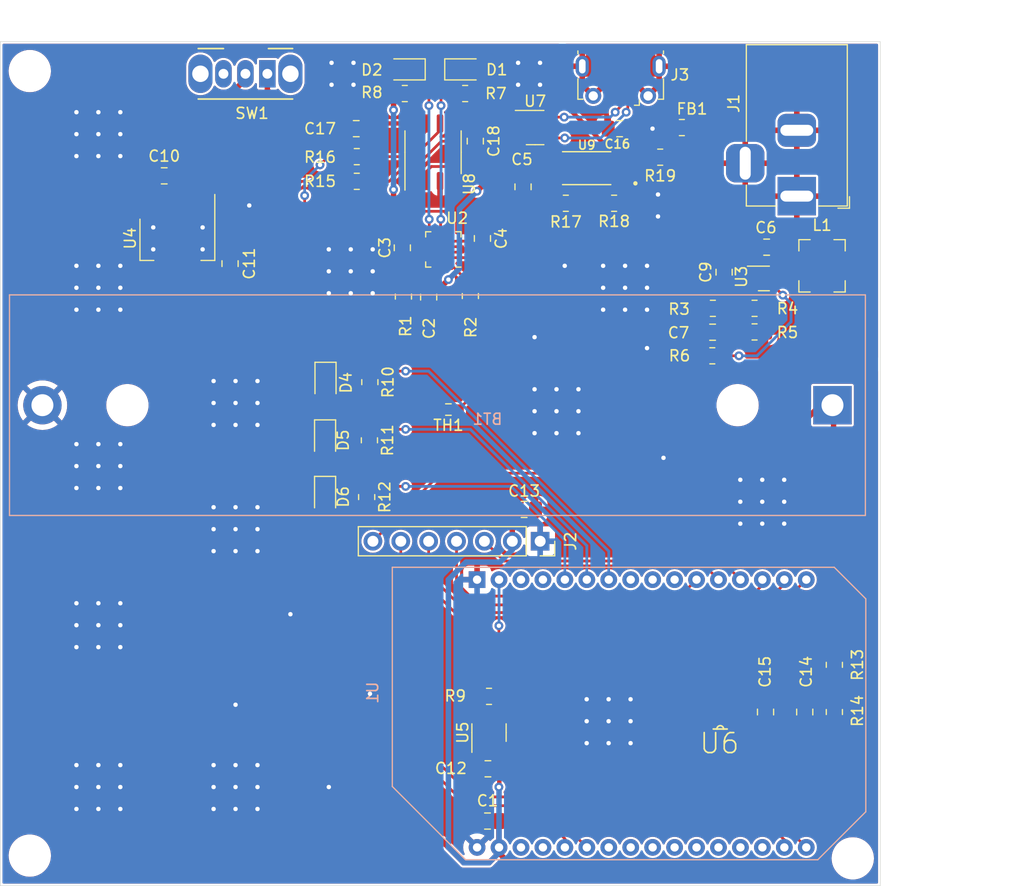
<source format=kicad_pcb>
(kicad_pcb (version 20211014) (generator pcbnew)
  (layers (0 "F.Cu" signal) (31 "B.Cu" signal) (34 "B.Paste" user) (35 "F.Paste" user) (36 "B.SilkS" user "B.Silkscreen") (37 "F.SilkS" user "F.Silkscreen") (38 "B.Mask" user) (39 "F.Mask" user) (44 "Edge.Cuts" user))
  (net 0 "")
  (net 1 "+BATT")
  (net 2 "GND")
  (net 3 "+3V3")
  (net 4 "+5VA")
  (net 5 "+5VL")
  (net 6 "+5VP")
  (net 7 "Net-(C10-Pad1)")
  (net 8 "/manejo_bateria/AIN")
  (net 9 "Net-(D1-Pad2)")
  (net 10 "Net-(D2-Pad1)")
  (net 11 "Net-(D2-Pad2)")
  (net 12 "Net-(D4-Pad2)")
  (net 13 "Net-(D5-Pad2)")
  (net 14 "Net-(D6-Pad2)")
  (net 15 "/SPI_CLK")
  (net 16 "/MOSI")
  (net 17 "/RST_OLED")
  (net 18 "/D{slash}C")
  (net 19 "/CS1")
  (net 20 "Net-(J3-Pad2)")
  (net 21 "Net-(J3-Pad3)")
  (net 23 "Net-(L1-Pad2)")
  (net 24 "Net-(R2-Pad2)")
  (net 25 "Net-(R5-Pad1)")
  (net 26 "Net-(R6-Pad1)")
  (net 27 "/RST_W")
  (net 28 "/IO15")
  (net 29 "/IO16")
  (net 30 "/IO17")
  (net 31 "/RX0")
  (net 32 "Net-(R15-Pad2)")
  (net 33 "/TX0")
  (net 34 "Net-(R16-Pad2)")
  (net 36 "/WDI")
  (net 42 "/SDA")
  (net 43 "/SCL")
  (net 44 "/IO19")
  (net 45 "/I018")
  (net 56 "VCC")
  (net 57 "Net-(C6-Pad1)")
  (net 58 "Net-(C7-Pad2)")
  (net 59 "Net-(D1-Pad1)")
  (net 60 "Net-(R1-Pad2)")
  (net 61 "Net-(R17-Pad1)")
  (net 62 "Net-(R19-Pad2)")
  (net 63 "Net-(TH1-Pad1)")
  (net 66 "GNDPWR")
  (footprint "Package_TO_SOT_SMD:SOT-23-8" (layer "F.Cu") (at 170.6 110.5375 90)
    (fp_text reference "U5")
    (fp_text value "MAX6369")
  )
  (footprint "Package_TO_SOT_SMD:SOT-223-3_TabPin2" (layer "F.Cu") (at 142.2 65.6 -90)
    (fp_text reference "U4")
    (fp_text value "LDL1117S33R")
  )
  (footprint "Resistor_SMD:R_0805_2012Metric_Pad1.20x1.40mm_HandSolder" (layer "F.Cu") (at 168.9 70.75625 90)
    (fp_text reference "R2")
    (fp_text value "1.5k")
  )
  (footprint "Capacitor_SMD:C_0805_2012Metric_Pad1.18x1.45mm_HandSolder" (layer "F.Cu") (at 199.3716 108.6625 -90)
    (fp_text reference "C14")
    (fp_text value "100nF")
  )
  (footprint "Capacitor_SMD:C_0805_2012Metric_Pad1.18x1.45mm_HandSolder" (layer "F.Cu") (at 141 59.8)
    (fp_text reference "C10")
    (fp_text value "1uF")
  )
  (footprint "Resistor_SMD:R_0805_2012Metric_Pad1.20x1.40mm_HandSolder" (layer "F.Cu") (at 202.0716 104.3625 -90)
    (fp_text reference "R13")
    (fp_text value "2M")
  )
  (footprint "Capacitor_SMD:C_0805_2012Metric_Pad1.18x1.45mm_HandSolder" (layer "F.Cu") (at 182.5 55.5)
    (fp_text reference "C16")
    (fp_text value "0.1uF")
  )
  (footprint "Inductor_SMD:L_Bourns-SRN4018" (layer "F.Cu") (at 200.95 68 -90)
    (fp_text reference "L1")
    (fp_text value "1uH")
  )
  (footprint "Connector_BarrelJack:BarrelJack_Horizontal" (layer "F.Cu") (at 198.65 61.65 -90)
    (fp_text reference "J1")
    (fp_text value "Barrel_Jack_Switch")
  )
  (footprint "Button_Switch_THT:SW_CuK_OS102011MA1QN1_SPDT_Angled" (layer "F.Cu") (at 150.4 50.5 180)
    (fp_text reference "SW1")
    (fp_text value "SW_SPDT")
  )
  (footprint "Resistor_SMD:R_0805_2012Metric_Pad1.20x1.40mm_HandSolder" (layer "F.Cu") (at 194.8 71.875)
    (fp_text reference "R4")
    (fp_text value "243k")
  )
  (footprint "Capacitor_SMD:C_0805_2012Metric_Pad1.18x1.45mm_HandSolder" (layer "F.Cu") (at 158.5 55.5)
    (fp_text reference "C17")
    (fp_text value "0.1uF")
  )
  (footprint "Capacitor_SMD:C_0805_2012Metric_Pad1.18x1.45mm_HandSolder" (layer "F.Cu") (at 190.975 74.05)
    (fp_text reference "C7")
    (fp_text value "100pF")
  )
  (footprint "Resistor_SMD:R_0805_2012Metric_Pad1.20x1.40mm_HandSolder" (layer "F.Cu") (at 188.175 55.4 180)
    (fp_text reference "FB1")
    (fp_text value "FerriteBead")
  )
  (footprint "Capacitor_SMD:C_0805_2012Metric_Pad1.18x1.45mm_HandSolder" (layer "F.Cu") (at 173.7 60.8 -90)
    (fp_text reference "C5")
    (fp_text value "4.7uF")
  )
  (footprint "Resistor_SMD:R_0805_2012Metric_Pad1.20x1.40mm_HandSolder" (layer "F.Cu") (at 191 71.875)
    (fp_text reference "R3")
    (fp_text value "768k")
  )
  (footprint "Capacitor_SMD:C_0805_2012Metric_Pad1.18x1.45mm_HandSolder" (layer "F.Cu") (at 162.7 66.35625 -90)
    (fp_text reference "C3")
    (fp_text value "4.7uF")
  )
  (footprint "LED_SMD:LED_0805_2012Metric_Pad1.15x1.40mm_HandSolder" (layer "F.Cu") (at 155.66 83.9 -90)
    (fp_text reference "D5")
    (fp_text value "LED")
  )
  (footprint "TPS2111APWR:SOP65P640X120-8N" (layer "F.Cu") (at 179.5 59.1 180)
    (fp_text reference "U9")
    (fp_text value "TPS2111APWR")
  )
  (footprint "Capacitor_SMD:C_0805_2012Metric_Pad1.18x1.45mm_HandSolder" (layer "F.Cu") (at 147 67.8 90)
    (fp_text reference "C11")
    (fp_text value "4.7uF")
  )
  (footprint "LED_SMD:LED_0805_2012Metric_Pad1.15x1.40mm_HandSolder" (layer "F.Cu") (at 155.7 78.65 -90)
    (fp_text reference "D4")
    (fp_text value "LED")
  )
  (footprint "Resistor_SMD:R_0805_2012Metric_Pad1.20x1.40mm_HandSolder" (layer "F.Cu") (at 186.2 58.1 180)
    (fp_text reference "R19")
    (fp_text value "400")
  )
  (footprint "Resistor_SMD:R_0805_2012Metric_Pad1.20x1.40mm_HandSolder" (layer "F.Cu") (at 159.74 78.6 -90)
    (fp_text reference "R10")
    (fp_text value "470")
  )
  (footprint "Resistor_SMD:R_0805_2012Metric_Pad1.20x1.40mm_HandSolder" (layer "F.Cu") (at 194.8 74.025)
    (fp_text reference "R5")
    (fp_text value "10k")
  )
  (footprint "Resistor_SMD:R_0805_2012Metric_Pad1.20x1.40mm_HandSolder" (layer "F.Cu") (at 162.925 52.3 180)
    (fp_text reference "R8")
    (fp_text value "1.5k")
  )
  (footprint "Resistor_SMD:R_0805_2012Metric_Pad1.20x1.40mm_HandSolder" (layer "F.Cu") (at 202.0716 108.6625 -90)
    (fp_text reference "R14")
    (fp_text value "8M")
  )
  (footprint "Capacitor_SMD:C_0805_2012Metric_Pad1.18x1.45mm_HandSolder" (layer "F.Cu") (at 170 65.50625 90)
    (fp_text reference "C4")
    (fp_text value "4.7uF")
  )
  (footprint "Capacitor_SMD:C_0805_2012Metric_Pad1.18x1.45mm_HandSolder" (layer "F.Cu") (at 169.35 56.6375 -90)
    (fp_text reference "C18")
    (fp_text value "0.1uF")
  )
  (footprint "Resistor_SMD:R_0805_2012Metric_Pad1.20x1.40mm_HandSolder" (layer "F.Cu") (at 190.95 76.2 180)
    (fp_text reference "R6")
    (fp_text value "1M")
  )
  (footprint "Capacitor_SMD:C_0805_2012Metric_Pad1.18x1.45mm_HandSolder" (layer "F.Cu") (at 195.8 108.6625 90)
    (fp_text reference "C15")
    (fp_text value "0.1uF")
  )
  (footprint "Capacitor_SMD:C_0805_2012Metric_Pad1.18x1.45mm_HandSolder" (layer "F.Cu") (at 165.1 70.85625 90)
    (fp_text reference "C2")
    (fp_text value "1uF")
  )
  (footprint "Resistor_SMD:R_0805_2012Metric_Pad1.20x1.40mm_HandSolder" (layer "F.Cu") (at 177.6 62.3 180)
    (fp_text reference "R17")
    (fp_text value "10k")
  )
  (footprint "Capacitor_SMD:C_0805_2012Metric_Pad1.18x1.45mm_HandSolder" (layer "F.Cu") (at 195.9 66.3 180)
    (fp_text reference "C6")
    (fp_text value "10uF")
  )
  (footprint "" (layer "F.Cu") (at 128.75 50.25)
    (fp_text reference "")
    (fp_text value "")
  )
  (footprint "Resistor_SMD:R_0805_2012Metric_Pad1.20x1.40mm_HandSolder" (layer "F.Cu") (at 162.8 70.80625 90)
    (fp_text reference "R1")
    (fp_text value "1.5k")
  )
  (footprint "Connector_PinSocket_2.54mm:PinSocket_1x07_P2.54mm_Vertical" (layer "F.Cu") (at 175.26 93.1 -90)
    (fp_text reference "J2")
    (fp_text value "Conn_01x07_Female")
  )
  (footprint "" (layer "F.Cu") (at 203.75 122)
    (fp_text reference "")
    (fp_text value "")
  )
  (footprint "LED_SMD:LED_0805_2012Metric_Pad1.15x1.40mm_HandSolder" (layer "F.Cu") (at 155.66 89.05 -90)
    (fp_text reference "D6")
    (fp_text value "LED")
  )
  (footprint "Capacitor_SMD:C_0805_2012Metric_Pad1.18x1.45mm_HandSolder" (layer "F.Cu") (at 192.024 68.58 90)
    (fp_text reference "C9")
    (fp_text value "22uF")
  )
  (footprint "Resistor_SMD:R_0603_1608Metric_Pad0.98x0.95mm_HandSolder" (layer "F.Cu") (at 166.9 81.1 180)
    (fp_text reference "TH1")
    (fp_text value "10k")
  )
  (footprint "Package_DFN_QFN:VQFN-16-1EP_3x3mm_P0.5mm_EP1.6x1.6mm" (layer "F.Cu") (at 166.4375 66.50625 180)
    (fp_text reference "U2")
    (fp_text value "BQ24072RGT")
  )
  (footprint "Package_SON:WSON-8-1EP_2x2mm_P0.5mm_EP0.9x1.6mm" (layer "F.Cu") (at 195.65 69.15)
    (fp_text reference "U3")
    (fp_text value "TPS61252DSG")
  )
  (footprint "Resistor_SMD:R_0805_2012Metric_Pad1.20x1.40mm_HandSolder" (layer "F.Cu") (at 158.55 58.05)
    (fp_text reference "R16")
    (fp_text value "1k")
  )
  (footprint "Resistor_SMD:R_0805_2012Metric_Pad1.20x1.40mm_HandSolder" (layer "F.Cu") (at 159.7 83.9 -90)
    (fp_text reference "R11")
    (fp_text value "470")
  )
  (footprint "" (layer "F.Cu") (at 128.75 121.75)
    (fp_text reference "")
    (fp_text value "")
  )
  (footprint "Package_SO:SOP-8_3.9x4.9mm_P1.27mm" (layer "F.Cu") (at 165.5 57.65 90)
    (fp_text reference "U8")
    (fp_text value "CH340N")
  )
  (footprint "MCP3021A5T-E_OT:SOT95P270X145-5N" (layer "F.Cu") (at 191.6716 108.6625 180)
    (fp_text reference "U6")
    (fp_text value "MCP3021")
  )
  (footprint "Connector_USB:USB_Micro-B_Molex-105017-0001" (layer "F.Cu") (at 182.6 51.054 180)
    (fp_text reference "J3")
    (fp_text value "USB_B_Micro")
  )
  (footprint "Resistor_SMD:R_0805_2012Metric_Pad1.20x1.40mm_HandSolder" (layer "F.Cu") (at 159.45 89.075 -90)
    (fp_text reference "R12")
    (fp_text value "470")
  )
  (footprint "LED_SMD:LED_0805_2012Metric_Pad1.15x1.40mm_HandSolder" (layer "F.Cu") (at 162.925 50.1 180)
    (fp_text reference "D2")
    (fp_text value "CHRG_LED")
  )
  (footprint "Resistor_SMD:R_0805_2012Metric_Pad1.20x1.40mm_HandSolder" (layer "F.Cu") (at 168.425 52.3)
    (fp_text reference "R7")
    (fp_text value "1.5k")
  )
  (footprint "Capacitor_SMD:C_0805_2012Metric_Pad1.18x1.45mm_HandSolder" (layer "F.Cu") (at 170.4625 118.6 180)
    (fp_text reference "C1")
    (fp_text value "100n")
  )
  (footprint "Resistor_SMD:R_0805_2012Metric_Pad1.20x1.40mm_HandSolder" (layer "F.Cu") (at 170.6 107.2375)
    (fp_text reference "R9")
    (fp_text value "10k")
  )
  (footprint "LED_SMD:LED_0805_2012Metric_Pad1.15x1.40mm_HandSolder" (layer "F.Cu") (at 168.425 50.1)
    (fp_text reference "D1")
    (fp_text value "PGOOD_LED")
  )
  (footprint "Capacitor_SMD:C_0805_2012Metric_Pad1.18x1.45mm_HandSolder" (layer "F.Cu") (at 173.8 90.2)
    (fp_text reference "C13")
    (fp_text value "100n")
  )
  (footprint "Package_TO_SOT_SMD:SOT-23-6" (layer "F.Cu") (at 174.8 55.4)
    (fp_text reference "U7")
    (fp_text value "USBLC6-2SC6")
  )
  (footprint "Resistor_SMD:R_0805_2012Metric_Pad1.20x1.40mm_HandSolder" (layer "F.Cu") (at 182 62.3 180)
    (fp_text reference "R18")
    (fp_text value "2.2k")
  )
  (footprint "Resistor_SMD:R_0805_2012Metric_Pad1.20x1.40mm_HandSolder" (layer "F.Cu") (at 158.55 60.3)
    (fp_text reference "R15")
    (fp_text value "1k")
  )
  (footprint "Capacitor_SMD:C_0805_2012Metric_Pad1.18x1.45mm_HandSolder" (layer "F.Cu") (at 170.5 113.8375 180)
    (fp_text reference "C12")
    (fp_text value "100n")
  )
  (footprint "Module:Onion_Omega2+" (layer "B.Cu") (at 169.5125 96.6 -90)
    (fp_text reference "U1")
    (fp_text value "OMEGA2+")
  )
  (footprint "Battery:BatteryHolder_MPD_BH-18650-PC2" (layer "B.Cu") (at 201.9 80.7 180)
    (fp_text reference "BT1")
    (fp_text value "3.7V")
  )
  (gr_rect (start 126.059524 124.5) (end 206.254 47.5625) (layer "Edge.Cuts") (width 0.05) (fill none))
  (segment (start 189.2 83.7) (end 197.8 83.7) (width 0.5) (layer "F.Cu") (net 1))
  (segment (start 172.04375 66.54375) (end 189.2 83.7) (width 0.5) (layer "F.Cu") (net 1))
  (segment (start 200.8 80.7) (end 201.9 80.7) (width 0.5) (layer "F.Cu") (net 1))
  (segment (start 170 66.54375) (end 167.9375 66.54375) (width 0.5) (layer "F.Cu") (net 1))
  (segment (start 167.875 66.25625) (end 167.875 66.75625) (width 0.25) (layer "F.Cu") (net 1))
  (segment (start 197.8 83.7) (end 200.8 80.7) (width 0.5) (layer "F.Cu") (net 1))
  (segment (start 170 66.54375) (end 172.04375 66.54375) (width 0.5) (layer "F.Cu") (net 1))
  (segment (start 202 103.2909) (end 202 80.8) (width 0.5) (layer "F.Cu") (net 1))
  (segment (start 202.0716 103.3625) (end 202 103.2909) (width 0.5) (layer "F.Cu") (net 1))
  (segment (start 202 80.8) (end 201.9 80.7) (width 0.5) (layer "F.Cu") (net 1))
  (segment (start 166.6875 65.06875) (end 166.6875 66.25625) (width 0.25) (layer "F.Cu") (net 2))
  (segment (start 167.399953 65.80577) (end 167.13798 65.80577) (width 0.2) (layer "F.Cu") (net 2))
  (segment (start 166.6875 66.75625) (end 166.4375 66.50625) (width 0.25) (layer "F.Cu") (net 2))
  (segment (start 165.73702 65.80577) (end 165.73702 65.508442) (width 0.2) (layer "F.Cu") (net 2))
  (segment (start 165.73702 65.508442) (end 165.6875 65.458922) (width 0.2) (layer "F.Cu") (net 2))
  (segment (start 167.437462 65.768261) (end 167.399953 65.80577) (width 0.2) (layer "F.Cu") (net 2))
  (segment (start 166.6875 67.94375) (end 166.6875 66.75625) (width 0.25) (layer "F.Cu") (net 2))
  (segment (start 167.13798 65.80577) (end 166.4375 66.50625) (width 0.2) (layer "F.Cu") (net 2))
  (segment (start 181.3 52.5165) (end 181.3 55.3375) (width 0.4) (layer "F.Cu") (net 2))
  (segment (start 169.4625 113.475) (end 169.4625 113.8375) (width 0.25) (layer "F.Cu") (net 2))
  (segment (start 166.43125 66.5) (end 165.73702 65.80577) (width 0.2) (layer "F.Cu") (net 2))
  (segment (start 166.4375 66.50625) (end 166.43125 66.5) (width 0.2) (layer "F.Cu") (net 2))
  (segment (start 166.6875 66.25625) (end 166.4375 66.50625) (width 0.25) (layer "F.Cu") (net 2))
  (segment (start 170.275 111.675) (end 170.275 112.6625) (width 0.25) (layer "F.Cu") (net 2))
  (segment (start 167.862989 65.768261) (end 167.437462 65.768261) (width 0.2) (layer "F.Cu") (net 2))
  (segment (start 170.275 112.6625) (end 169.4625 113.475) (width 0.25) (layer "F.Cu") (net 2))
  (via (at 178.75 81.25) (size 0.8) (drill 0.4) (layers "F.Cu" "B.Cu") (net 2))
  (via (at 147.5 92) (size 0.8) (drill 0.4) (layers "F.Cu" "B.Cu") (net 2))
  (via (at 137 70) (size 0.8) (drill 0.4) (layers "F.Cu" "B.Cu") (net 2))
  (via (at 137 115.5) (size 0.8) (drill 0.4) (layers "F.Cu" "B.Cu") (net 2))
  (via (at 135 100.75) (size 0.8) (drill 0.4) (layers "F.Cu" "B.Cu") (net 2))
  (via (at 160 68.5) (size 0.8) (drill 0.4) (layers "F.Cu" "B.Cu") (net 2))
  (via (at 149.5 92) (size 0.8) (drill 0.4) (layers "F.Cu" "B.Cu") (net 2))
  (via (at 133 102.75) (size 0.8) (drill 0.4) (layers "F.Cu" "B.Cu") (net 2))
  (via (at 137 117.5) (size 0.8) (drill 0.4) (layers "F.Cu" "B.Cu") (net 2))
  (via (at 133 100.75) (size 0.8) (drill 0.4) (layers "F.Cu" "B.Cu") (net 2))
  (via (at 135 113.5) (size 0.8) (drill 0.4) (layers "F.Cu" "B.Cu") (net 2))
  (via (at 186.5 85.5) (size 0.8) (drill 0.4) (layers "F.Cu" "B.Cu") (net 2))
  (via (at 135 84.25) (size 0.8) (drill 0.4) (layers "F.Cu" "B.Cu") (net 2))
  (via (at 178.75 79.25) (size 0.8) (drill 0.4) (layers "F.Cu" "B.Cu") (net 2))
  (via (at 133 115.5) (size 0.8) (drill 0.4) (layers "F.Cu" "B.Cu") (net 2))
  (via (at 197.5 91.5) (size 0.8) (drill 0.4) (layers "F.Cu" "B.Cu") (net 2))
  (via (at 149.5 113.5) (size 0.8) (drill 0.4) (layers "F.Cu" "B.Cu") (net 2))
  (via (at 144.5 64.5) (size 0.8) (drill 0.4) (layers "F.Cu" "B.Cu") (net 2))
  (via (at 147.5 94) (size 0.8) (drill 0.4) (layers "F.Cu" "B.Cu") (net 2))
  (via (at 135 56) (size 0.8) (drill 0.4) (layers "F.Cu" "B.Cu") (net 2))
  (via (at 175.25 51.5) (size 0.8) (drill 0.4) (layers "F.Cu" "B.Cu") (net 2))
  (via (at 145.5 113.5) (size 0.8) (drill 0.4) (layers "F.Cu" "B.Cu") (net 2))
  (via (at 174.75 81.25) (size 0.8) (drill 0.4) (layers "F.Cu" "B.Cu") (net 2))
  (via (at 144.5 66.5) (size 0.8) (drill 0.4) (layers "F.Cu" "B.Cu") (net 2))
  (via (at 140 64.5) (size 0.8) (drill 0.4) (layers "F.Cu" "B.Cu") (net 2))
  (via (at 133 88.25) (size 0.8) (drill 0.4) (layers "F.Cu" "B.Cu") (net 2))
  (via (at 178.75 83.25) (size 0.8) (drill 0.4) (layers "F.Cu" "B.Cu") (net 2))
  (via (at 160 70.5) (size 0.8) (drill 0.4) (layers "F.Cu" "B.Cu") (net 2))
  (via (at 183 70) (size 0.8) (drill 0.4) (layers "F.Cu" "B.Cu") (net 2))
  (via (at 174.75 83.25) (size 0.8) (drill 0.4) (layers "F.Cu" "B.Cu") (net 2))
  (via (at 195.5 89.5) (size 0.8) (drill 0.4) (layers "F.Cu" "B.Cu") (net 2))
  (via (at 135 88.25) (size 0.8) (drill 0.4) (layers "F.Cu" "B.Cu") (net 2))
  (via (at 193.5 87.5) (size 0.8) (drill 0.4) (layers "F.Cu" "B.Cu") (net 2))
  (via (at 145.5 94) (size 0.8) (drill 0.4) (layers "F.Cu" "B.Cu") (net 2))
  (via (at 185 70) (size 0.8) (drill 0.4) (layers "F.Cu" "B.Cu") (net 2))
  (via (at 179.5 107.5) (size 0.8) (drill 0.4) (layers "F.Cu" "B.Cu") (net 2))
  (via (at 137 113.5) (size 0.8) (drill 0.4) (layers "F.Cu" "B.Cu") (net 2))
  (via (at 175.25 49.5) (size 0.8) (drill 0.4) (layers "F.Cu" "B.Cu") (net 2))
  (via (at 185 72) (size 0.8) (drill 0.4) (layers "F.Cu" "B.Cu") (net 2))
  (via (at 195.5 91.5) (size 0.8) (drill 0.4) (layers "F.Cu" "B.Cu") (net 2))
  (via (at 137 54) (size 0.8) (drill 0.4) (layers "F.Cu" "B.Cu") (net 2))
  (via (at 133 84.25) (size 0.8) (drill 0.4) (layers "F.Cu" "B.Cu") (net 2))
  (via (at 137 58) (size 0.8) (drill 0.4) (layers "F.Cu" "B.Cu") (net 2))
  (via (at 145.5 92) (size 0.8) (drill 0.4) (layers "F.Cu" "B.Cu") (net 2))
  (via (at 177.5 68) (size 0.8) (drill 0.4) (layers "F.Cu" "B.Cu") (net 2))
  (via (at 183.5 111.5) (size 0.8) (drill 0.4) (layers "F.Cu" "B.Cu") (net 2))
  (via (at 181.5 111.5) (size 0.8) (drill 0.4) (layers "F.Cu" "B.Cu") (net 2))
  (via (at 158 68.5) (size 0.8) (drill 0.4) (layers "F.Cu" "B.Cu") (net 2))
  (via (at 181.5 109.5) (size 0.8) (drill 0.4) (layers "F.Cu" "B.Cu") (net 2))
  (via (at 181 68) (size 0.8) (drill 0.4) (layers "F.Cu" "B.Cu") (net 2))
  (via (at 149.5 78.5) (size 0.8) (drill 0.4) (layers "F.Cu" "B.Cu") (net 2))
  (via (at 158.25 49.5) (size 0.8) (drill 0.4) (layers "F.Cu" "B.Cu") (net 2))
  (via (at 133 117.5) (size 0.8) (drill 0.4) (layers "F.Cu" "B.Cu") (net 2))
  (via (at 135 72) (size 0.8) (drill 0.4) (layers "F.Cu" "B.Cu") (net 2))
  (via (at 133 86.25) (size 0.8) (drill 0.4) (layers "F.Cu" "B.Cu") (net 2))
  (via (at 197.5 89.5) (size 0.8) (drill 0.4) (layers "F.Cu" "B.Cu") (net 2))
  (via (at 147.5 117.5) (size 0.8) (drill 0.4) (layers "F.Cu" "B.Cu") (net 2))
  (via (at 145.5 90) (size 0.8) (drill 0.4) (layers "F.Cu" "B.Cu") (net 2))
  (via (at 147.5 113.5) (size 0.8) (drill 0.4) (layers "F.Cu" "B.Cu") (net 2))
  (via (at 179.5 111.5) (size 0.8) (drill 0.4) (layers "F.Cu" "B.Cu") (net 2))
  (via (at 148.75 62.5) (size 0.8) (drill 0.4) (layers "F.Cu" "B.Cu") (net 2))
  (via (at 149.5 115.5) (size 0.8) (drill 0.4) (layers "F.Cu" "B.Cu") (net 2))
  (via (at 137 84.25) (size 0.8) (drill 0.4) (layers "F.Cu" "B.Cu") (net 2))
  (via (at 185 68) (size 0.8) (drill 0.4) (layers "F.Cu" "B.Cu") (net 2))
  (via (at 160 66.5) (size 0.8) (drill 0.4) (layers "F.Cu" "B.Cu") (net 2))
  (via (at 133 56) (size 0.8) (drill 0.4) (layers "F.Cu" "B.Cu") (net 2))
  (via (at 181.5 107.5) (size 0.8) (drill 0.4) (layers "F.Cu" "B.Cu") (net 2))
  (via (at 137 56) (size 0.8) (drill 0.4) (layers "F.Cu" "B.Cu") (net 2))
  (via (at 135 102.75) (size 0.8) (drill 0.4) (layers "F.Cu" "B.Cu") (net 2))
  (via (at 186 63.5) (size 0.8) (drill 0.4) (layers "F.Cu" "B.Cu") (net 2))
  (via (at 156.25 51.5) (size 0.8) (drill 0.4) (layers "F.Cu" "B.Cu") (net 2))
  (via (at 147.5 80.5) (size 0.8) (drill 0.4) (layers "F.Cu" "B.Cu") (net 2))
  (via (at 137 98.75) (size 0.8) (drill 0.4) (layers "F.Cu" "B.Cu") (net 2))
  (via (at 156 66.5) (size 0.8) (drill 0.4) (layers "F.Cu" "B.Cu") (net 2))
  (via (at 135 68) (size 0.8) (drill 0.4) (layers "F.Cu" "B.Cu") (net 2))
  (via (at 135 117.5) (size 0.8) (drill 0.4) (layers "F.Cu" "B.Cu") (net 2))
  (via (at 140 66.5) (size 0.8) (drill 0.4) (layers "F.Cu" "B.Cu") (net 2))
  (via (at 195.5 87.5) (size 0.8) (drill 0.4) (layers "F.Cu" "B.Cu") (net 2))
  (via (at 133 54) (size 0.8) (drill 0.4) (layers "F.Cu" "B.Cu") (net 2))
  (via (at 156 68.5) (size 0.8) (drill 0.4) (layers "F.Cu" "B.Cu") (net 2))
  (via (at 181 70) (size 0.8) (drill 0.4) (layers "F.Cu" "B.Cu") (net 2))
  (via (at 183.5 109.5) (size 0.8) (drill 0.4) (layers "F.Cu" "B.Cu") (net 2))
  (via (at 183 68) (size 0.8) (drill 0.4) (layers "F.Cu" "B.Cu") (net 2))
  (via (at 152.5 99.75) (size 0.8) (drill 0.4) (layers "F.Cu" "B.Cu") (net 2))
  (via (at 158.25 51.5) (size 0.8) (drill 0.4) (layers "F.Cu" "B.Cu") (net 2))
  (via (at 193.5 89.5) (size 0.8) (drill 0.4) (layers "F.Cu" "B.Cu") (net 2))
  (via (at 193.5 91.5) (size 0.8) (drill 0.4) (layers "F.Cu" "B.Cu") (net 2))
  (via (at 135 115.5) (size 0.8) (drill 0.4) (layers "F.Cu" "B.Cu") (net 2))
  (via (at 156 115.5) (size 0.8) (drill 0.4) (layers "F.Cu" "B.Cu") (net 2))
  (via (at 137 100.75) (size 0.8) (drill 0.4) (layers "F.Cu" "B.Cu") (net 2))
  (via (at 158 66.5) (size 0.8) (drill 0.4) (layers "F.Cu" "B.Cu") (net 2))
  (via (at 133 70) (size 0.8) (drill 0.4) (layers "F.Cu" "B.Cu") (net 2))
  (via (at 197.5 87.5) (size 0.8) (drill 0.4) (layers "F.Cu" "B.Cu") (net 2))
  (via (at 137 88.25) (size 0.8) (drill 0.4) (layers "F.Cu" "B.Cu") (net 2))
  (via (at 145.5 82.5) (size 0.8) (drill 0.4) (layers "F.Cu" "B.Cu") (net 2))
  (via (at 135 70) (size 0.8) (drill 0.4) (layers "F.Cu" "B.Cu") (net 2))
  (via (at 179.5 109.5) (size 0.8) (drill 0.4) (layers "F.Cu" "B.Cu") (net 2))
  (via (at 147.5 108) (size 0.8) (drill 0.4) (layers "F.Cu" "B.Cu") (net 2))
  (via (at 149.5 90) (size 0.8) (drill 0.4) (layers "F.Cu" "B.Cu") (net 2))
  (via (at 135 86.25) (size 0.8) (drill 0.4) (layers "F.Cu" "B.Cu") (net 2))
  (via (at 135 98.75) (size 0.8) (drill 0.4) (layers "F.Cu" "B.Cu") (net 2))
  (via (at 133 58) (size 0.8) (drill 0.4) (layers "F.Cu" "B.Cu") (net 2))
  (via (at 173.25 49.5) (size 0.8) (drill 0.4) (layers "F.Cu" "B.Cu") (net 2))
  (via (at 133 113.5) (size 0.8) (drill 0.4) (layers "F.Cu" "B.Cu") (net 2))
  (via (at 156 70.5) (size 0.8) (drill 0.4) (layers "F.Cu" "B.Cu") (net 2))
  (via (at 147.5 115.5) (size 0.8) (drill 0.4) (layers "F.Cu" "B.Cu") (net 2))
  (via (at 145.5 115.5) (size 0.8) (drill 0.4) (layers "F.Cu" "B.Cu") (net 2))
  (via (at 159.75 107) (size 0.8) (drill 0.4) (layers "F.Cu" "B.Cu") (net 2))
  (via (at 149.5 94) (size 0.8) (drill 0.4) (layers "F.Cu" "B.Cu") (net 2))
  (via (at 137 102.75) (size 0.8) (drill 0.4) (layers "F.Cu" "B.Cu") (net 2))
  (via (at 133 98.75) (size 0.8) (drill 0.4) (layers "F.Cu" "B.Cu") (net 2))
  (via (at 135 54) (size 0.8) (drill 0.4) (layers "F.Cu" "B.Cu") (net 2))
  (via (at 145.5 117.5) (size 0.8) (drill 0.4) (layers "F.Cu" "B.Cu") (net 2))
  (via (at 183.5 107.5) (size 0.8) (drill 0.4) (layers "F.Cu" "B.Cu") (net 2))
  (via (at 158 70.5) (size 0.8) (drill 0.4) (layers "F.Cu" "B.Cu") (net 2))
  (via (at 149.5 82.5) (size 0.8) (drill 0.4) (layers "F.Cu" "B.Cu") (net 2))
  (via (at 176.75 79.25) (size 0.8) (drill 0.4) (layers "F.Cu" "B.Cu") (net 2))
  (via (at 137 72) (size 0.8) (drill 0.4) (layers "F.Cu" "B.Cu") (net 2))
  (via (at 137 86.25) (size 0.8) (drill 0.4) (layers "F.Cu" "B.Cu") (net 2))
  (via (at 145.5 78.5) (size 0.8) (drill 0.4) (layers "F.Cu" "B.Cu") (net 2))
  (via (at 176.75 81.25) (size 0.8) (drill 0.4) (layers "F.Cu" "B.Cu") (net 2))
  (via (at 174.75 74.5) (size 0.8) (drill 0.4) (layers "F.Cu" "B.Cu") (net 2))
  (via (at 186 61.5) (size 0.8) (drill 0.4) (layers "F.Cu" "B.Cu") (net 2))
  (via (at 147.5 90) (size 0.8) (drill 0.4) (layers "F.Cu" "B.Cu") (net 2))
  (via (at 149.5 80.5) (size 0.8) (drill 0.4) (layers "F.Cu" "B.Cu") (net 2))
  (via (at 174.75 79.25) (size 0.8) (drill 0.4) (layers "F.Cu" "B.Cu") (net 2))
  (via (at 181 72) (size 0.8) (drill 0.4) (layers "F.Cu" "B.Cu") (net 2))
  (via (at 133 68) (size 0.8) (drill 0.4) (layers "F.Cu" "B.Cu") (net 2))
  (via (at 173.25 51.5) (size 0.8) (drill 0.4) (layers "F.Cu" "B.Cu") (net 2))
  (via (at 185 75.5) (size 0.8) (drill 0.4) (layers "F.Cu" "B.Cu") (net 2))
  (via (at 137 68) (size 0.8) (drill 0.4) (layers "F.Cu" "B.Cu") (net 2))
  (via (at 145.5 80.5) (size 0.8) (drill 0.4) (layers "F.Cu" "B.Cu") (net 2))
  (via (at 149.5 117.5) (size 0.8) (drill 0.4) (layers "F.Cu" "B.Cu") (net 2))
  (via (at 176.75 83.25) (size 0.8) (drill 0.4) (layers "F.Cu" "B.Cu") (net 2))
  (via (at 147.5 78.5) (size 0.8) (drill 0.4) (layers "F.Cu" "B.Cu") (net 2))
  (via (at 147.5 82.5) (size 0.8) (drill 0.4) (layers "F.Cu" "B.Cu") (net 2))
  (via (at 185.5 55.5) (size 0.8) (drill 0.4) (layers "F.Cu" "B.Cu") (net 2))
  (via (at 183 72) (size 0.8) (drill 0.4) (layers "F.Cu" "B.Cu") (net 2))
  (via (at 133 72) (size 0.8) (drill 0.4) (layers "F.Cu" "B.Cu") (net 2))
  (via (at 135 58) (size 0.8) (drill 0.4) (layers "F.Cu" "B.Cu") (net 2))
  (via (at 156.25 49.5) (size 0.8) (drill 0.4) (layers "F.Cu" "B.Cu") (net 2))
  (segment (start 170.925 109.4) (end 170.925 110.480021) (width 0.4) (layer "F.Cu") (net 3))
  (segment (start 146.9125 68.75) (end 147 68.8375) (width 0.5) (layer "F.Cu") (net 3))
  (segment (start 171.5375 111.7125) (end 171.575 111.675) (width 0.4) (layer "F.Cu") (net 3))
  (segment (start 171.5125 121) (end 171.5125 121.5125) (width 0.5) (layer "F.Cu") (net 3))
  (segment (start 163.595 55.025) (end 161.225 55.025) (width 0.4) (layer "F.Cu") (net 3))
  (segment (start 142.2 68.75) (end 146.9125 68.75) (width 0.5) (layer "F.Cu") (net 3))
  (segment (start 169.625 110.206773) (end 169.955727 110.5375) (width 0.4) (layer "F.Cu") (net 3))
  (segment (start 171.142521 110.480021) (end 171.575 110.9125) (width 0.4) (layer "F.Cu") (net 3))
  (segment (start 168.3 122.4) (end 142.15 96.25) (width 0.5) (layer "F.Cu") (net 3))
  (segment (start 142.2 62.2) (end 148.9 55.5) (width 0.5) (layer "F.Cu") (net 3))
  (segment (start 193.0432 109.6023) (end 195.7023 109.6023) (width 0.5) (layer "F.Cu") (net 3))
  (segment (start 169.625 109.4) (end 169.625 110.206773) (width 0.4) (layer "F.Cu") (net 3))
  (segment (start 169.955727 110.5375) (end 170.867521 110.5375) (width 0.4) (layer "F.Cu") (net 3))
  (segment (start 160.5 54.3) (end 158.7 54.3) (width 0.4) (layer "F.Cu") (net 3))
  (segment (start 171.5125 121) (end 171.5125 121.4875) (width 0.5) (layer "F.Cu") (net 3))
  (segment (start 171.5125 121.4875) (end 170.6 122.4) (width 0.5) (layer "F.Cu") (net 3))
  (segment (start 142.15 62.5) (end 142.2 62.45) (width 0.5) (layer "F.Cu") (net 3))
  (segment (start 148.9 55.5) (end 157.4625 55.5) (width 0.5) (layer "F.Cu") (net 3))
  (segment (start 195.7023 109.6023) (end 195.8 109.7) (width 0.5) (layer "F.Cu") (net 3))
  (segment (start 172.72 93.1) (end 172.72 90.2425) (width 0.5) (layer "F.Cu") (net 3))
  (segment (start 171.5 118.6) (end 171.5 120.9875) (width 0.5) (layer "F.Cu") (net 3))
  (segment (start 170.925 110.480021) (end 171.142521 110.480021) (width 0.4) (layer "F.Cu") (net 3))
  (segment (start 161.225 55.025) (end 160.5 54.3) (width 0.4) (layer "F.Cu") (net 3))
  (segment (start 171.5375 113.8375) (end 171.5375 115.4625) (width 0.4) (layer "F.Cu") (net 3))
  (segment (start 171.575 110.9125) (end 171.575 111.675) (width 0.4) (layer "F.Cu") (net 3))
  (segment (start 201 114.9) (end 195.8 109.7) (width 0.5) (layer "F.Cu") (net 3))
  (segment (start 200.25 122.5) (end 201 121.75) (width 0.5) (layer "F.Cu") (net 3))
  (segment (start 170.867521 110.5375) (end 170.925 110.480021) (width 0.4) (layer "F.Cu") (net 3))
  (segment (start 142.2 62.45) (end 142.2 62.2) (width 0.5) (layer "F.Cu") (net 3))
  (segment (start 158.7 54.3) (end 157.5625 55.4375) (width 0.4) (layer "F.Cu") (net 3))
  (segment (start 172.5 122.5) (end 200.25 122.5) (width 0.5) (layer "F.Cu") (net 3))
  (segment (start 171.5 120.9875) (end 171.5125 121) (width 0.5) (layer "F.Cu") (net 3))
  (segment (start 172.72 90.2425) (end 172.7625 90.2) (width 0.5) (layer "F.Cu") (net 3))
  (segment (start 169.6 107.2375) (end 169.6 109.375) (width 0.4) (layer "F.Cu") (net 3))
  (segment (start 171.5125 121.5125) (end 172.5 122.5) (width 0.5) (layer "F.Cu") (net 3))
  (segment (start 170.6 122.4) (end 168.3 122.4) (width 0.5) (layer "F.Cu") (net 3))
  (segment (start 201 121.75) (end 201 114.9) (width 0.5) (layer "F.Cu") (net 3))
  (segment (start 142.15 96.25) (end 142.15 62.5) (width 0.5) (layer "F.Cu") (net 3))
  (segment (start 171.5375 113.8375) (end 171.5375 111.7125) (width 0.4) (layer "F.Cu") (net 3))
  (via (at 171.5 115.5) (size 0.8) (drill 0.4) (layers "F.Cu" "B.Cu") (net 3))
  (segment (start 172.72 93.88) (end 171.6 95) (width 0.5) (layer "B.Cu") (net 3))
  (segment (start 172.72 93.1) (end 172.72 93.88) (width 0.5) (layer "B.Cu") (net 3))
  (segment (start 171.6 95) (end 168.5 95) (width 0.5) (layer "B.Cu") (net 3))
  (segment (start 166.9 96.6) (end 166.9 121) (width 0.5) (layer "B.Cu") (net 3))
  (segment (start 171.5125 121.4875) (end 171.5125 121) (width 0.5) (layer "B.Cu") (net 3))
  (segment (start 170.6 122.4) (end 171.5125 121.4875) (width 0.5) (layer "B.Cu") (net 3))
  (segment (start 171.5125 115.5125) (end 171.5125 121) (width 0.5) (layer "B.Cu") (net 3))
  (segment (start 166.9 121) (end 168.3 122.4) (width 0.5) (layer "B.Cu") (net 3))
  (segment (start 168.5 95) (end 166.9 96.6) (width 0.5) (layer "B.Cu") (net 3))
  (segment (start 168.3 122.4) (end 170.6 122.4) (width 0.5) (layer "B.Cu") (net 3))
  (segment (start 171.5 53.5) (end 177.7 53.5) (width 0.4) (layer "F.Cu") (net 4))
  (segment (start 177.7 53.5) (end 179.6 55.4) (width 0.4) (layer "F.Cu") (net 4))
  (segment (start 169.35 55.6) (end 168.8 55.05) (width 0.4) (layer "F.Cu") (net 4))
  (segment (start 168.8 55.05) (end 167.43 55.05) (width 0.4) (layer "F.Cu") (net 4))
  (segment (start 183.45 55.5) (end 180.2 58.75) (width 0.4) (layer "F.Cu") (net 4))
  (segment (start 183.9 55.1375) (end 183.5375 55.5) (width 0.25) (layer "F.Cu") (net 4))
  (segment (start 167.43 55.05) (end 167.405 55.025) (width 0.4) (layer "F.Cu") (net 4))
  (segment (start 175.9375 55.4) (end 179.6 55.4) (width 0.4) (layer "F.Cu") (net 4))
  (segment (start 179.6 55.4) (end 181.55 57.35) (width 0.4) (layer "F.Cu") (net 4))
  (segment (start 169.975 55.025) (end 171.5 53.5) (width 0.4) (layer "F.Cu") (net 4))
  (segment (start 183.9 52.5165) (end 183.9 55.1375) (width 0.4) (layer "F.Cu") (net 4))
  (segment (start 167.405 55.025) (end 169.975 55.025) (width 0.4) (layer "F.Cu") (net 4))
  (segment (start 180.177003 58.775) (end 176.63 58.775) (width 0.4) (layer "F.Cu") (net 4))
  (segment (start 183.5375 55.5) (end 183.45 55.5) (width 0.4) (layer "F.Cu") (net 4))
  (segment (start 171.2375 59.4625) (end 173.7 59.4625) (width 0.5) (layer "F.Cu") (net 5))
  (segment (start 173.7375 59.425) (end 173.6375 59.525) (width 0.5) (layer "F.Cu") (net 5))
  (segment (start 176.63 59.425) (end 173.7375 59.425) (width 0.4) (layer "F.Cu") (net 5))
  (segment (start 165.1 69.81875) (end 165.1 68.35625) (width 0.4) (layer "F.Cu") (net 5))
  (segment (start 166.9 69.25625) (end 166.3375 69.81875) (width 0.5) (layer "F.Cu") (net 5))
  (segment (start 165.1 68.35625) (end 165.5 67.95625) (width 0.4) (layer "F.Cu") (net 5))
  (segment (start 173.7375 59.425) (end 173.7 59.4625) (width 0.5) (layer "F.Cu") (net 5))
  (segment (start 166.3375 69.81875) (end 165.1 69.81875) (width 0.5) (layer "F.Cu") (net 5))
  (segment (start 169.5 61.2) (end 171.2375 59.4625) (width 0.5) (layer "F.Cu") (net 5))
  (via (at 169.5 61.2) (size 0.8) (drill 0.4) (layers "F.Cu" "B.Cu") (net 5))
  (via (at 166.9 69.25625) (size 0.8) (drill 0.4) (layers "F.Cu" "B.Cu") (net 5))
  (segment (start 167.9 68.25625) (end 166.9 69.25625) (width 0.5) (layer "B.Cu") (net 5))
  (segment (start 169.5 61.2) (end 167.9 62.8) (width 0.5) (layer "B.Cu") (net 5))
  (segment (start 167.9 62.8) (end 167.9 64.15625) (width 0.5) (layer "B.Cu") (net 5))
  (segment (start 167.9 64.15625) (end 167.9 68.25625) (width 0.5) (layer "B.Cu") (net 5))
  (segment (start 176.6 63.5) (end 176.6 62.3) (width 0.5) (layer "F.Cu") (net 6))
  (segment (start 176.6 62.3) (end 176.6 60.4) (width 0.5) (layer "F.Cu") (net 6))
  (segment (start 184.1 64) (end 177.1 64) (width 0.5) (layer "F.Cu") (net 6))
  (segment (start 177.1 64) (end 176.6 63.5) (width 0.5) (layer "F.Cu") (net 6))
  (segment (start 192.024 69.6175) (end 189.7175 69.6175) (width 0.5) (layer "F.Cu") (net 6))
  (segment (start 176.6 60.105) (end 176.63 60.075) (width 0.25) (layer "F.Cu") (net 6))
  (segment (start 189.7175 69.6175) (end 184.1 64) (width 0.5) (layer "F.Cu") (net 6))
  (segment (start 148.4 50.5) (end 148.4 51) (width 0.5) (layer "F.Cu") (net 7))
  (segment (start 139.9625 59.4375) (end 139.9625 59.8) (width 0.5) (layer "F.Cu") (net 7))
  (segment (start 139.9 59.8625) (end 139.9625 59.8) (width 0.5) (layer "F.Cu") (net 7))
  (segment (start 139.9 62.45) (end 139.9 59.8625) (width 0.5) (layer "F.Cu") (net 7))
  (segment (start 148.4 51) (end 139.9625 59.4375) (width 0.5) (layer "F.Cu") (net 7))
  (segment (start 199.3716 107.625) (end 198.45958 106.71298) (width 0.25) (layer "F.Cu") (net 8))
  (segment (start 202.0716 105.3625) (end 202.0716 107.6625) (width 0.25) (layer "F.Cu") (net 8))
  (segment (start 199.3716 107.625) (end 202.0341 107.625) (width 0.25) (layer "F.Cu") (net 8))
  (segment (start 202.0341 107.625) (end 202.0716 107.6625) (width 0.25) (layer "F.Cu") (net 8))
  (segment (start 194.05292 106.71298) (end 193.0432 107.7227) (width 0.25) (layer "F.Cu") (net 8))
  (segment (start 198.45958 106.71298) (end 194.05292 106.71298) (width 0.25) (layer "F.Cu") (net 8))
  (segment (start 169.47 50.255) (end 167.425 52.3) (width 0.25) (layer "F.Cu") (net 9))
  (segment (start 165.125 53.4) (end 165.125 51.275) (width 0.25) (layer "F.Cu") (net 10))
  (segment (start 165.125 51.275) (end 163.95 50.1) (width 0.25) (layer "F.Cu") (net 10))
  (segment (start 165.15 63.75625) (end 165.15 65.60625) (width 0.25) (layer "F.Cu") (net 10))
  (segment (start 165.15 65.60625) (end 165 65.75625) (width 0.25) (layer "F.Cu") (net 10))
  (via (at 165.125 53.4) (size 0.8) (drill 0.4) (layers "F.Cu" "B.Cu") (net 10))
  (via (at 165.15 63.75625) (size 0.8) (drill 0.4) (layers "F.Cu" "B.Cu") (net 10))
  (segment (start 165.125 63.73125) (end 165.125 53.4) (width 0.25) (layer "B.Cu") (net 10))
  (segment (start 165.15 63.75625) (end 165.125 63.73125) (width 0.25) (layer "B.Cu") (net 10))
  (segment (start 161.9 50.1) (end 161.9 50.275) (width 0.25) (layer "F.Cu") (net 11))
  (segment (start 161.9 50.275) (end 163.925 52.3) (width 0.25) (layer "F.Cu") (net 11))
  (segment (start 155.7 79.675) (end 155.775 79.6) (width 0.25) (layer "F.Cu") (net 12))
  (segment (start 155.775 79.6) (end 159.74 79.6) (width 0.25) (layer "F.Cu") (net 12))
  (segment (start 159.675 84.925) (end 159.7 84.9) (width 0.25) (layer "F.Cu") (net 13))
  (segment (start 155.66 84.925) (end 159.675 84.925) (width 0.25) (layer "F.Cu") (net 13))
  (segment (start 159.45 90.075) (end 155.66 90.075) (width 0.25) (layer "F.Cu") (net 14))
  (segment (start 170.18 93.1) (end 171.98 94.9) (width 0.25) (layer "F.Cu") (net 15))
  (segment (start 171.98 94.9) (end 189.8125 94.9) (width 0.25) (layer "F.Cu") (net 15))
  (segment (start 189.8125 94.9) (end 191.5125 96.6) (width 0.25) (layer "F.Cu") (net 15))
  (segment (start 167.64 96.870261) (end 168.869739 98.1) (width 0.25) (layer "F.Cu") (net 16))
  (segment (start 188.0125 98.1) (end 189.5125 96.6) (width 0.25) (layer "F.Cu") (net 16))
  (segment (start 168.869739 98.1) (end 188.0125 98.1) (width 0.25) (layer "F.Cu") (net 16))
  (segment (start 167.64 93.1) (end 167.64 96.870261) (width 0.25) (layer "F.Cu") (net 16))
  (segment (start 195.5125 97.0875) (end 195.5125 96.6) (width 0.25) (layer "F.Cu") (net 17))
  (segment (start 165.1 96.1) (end 167.9 98.9) (width 0.25) (layer "F.Cu") (net 17))
  (segment (start 167.9 98.9) (end 193.7 98.9) (width 0.25) (layer "F.Cu") (net 17))
  (segment (start 165.1 93.1) (end 165.1 96.1) (width 0.25) (layer "F.Cu") (net 17))
  (segment (start 193.7 98.9) (end 195.5125 97.0875) (width 0.25) (layer "F.Cu") (net 17))
  (segment (start 197.5125 96.9875) (end 197.5125 96.6) (width 0.25) (layer "F.Cu") (net 18))
  (segment (start 167.5 99.6) (end 194.9 99.6) (width 0.25) (layer "F.Cu") (net 18))
  (segment (start 162.56 94.66) (end 167.5 99.6) (width 0.25) (layer "F.Cu") (net 18))
  (segment (start 162.56 93.1) (end 162.56 94.66) (width 0.25) (layer "F.Cu") (net 18))
  (segment (start 194.9 99.6) (end 197.5125 96.9875) (width 0.25) (layer "F.Cu") (net 18))
  (segment (start 166.22 86.9) (end 183.8125 86.9) (width 0.25) (layer "F.Cu") (net 19))
  (segment (start 160.02 93.1) (end 166.22 86.9) (width 0.25) (layer "F.Cu") (net 19))
  (segment (start 183.8125 86.9) (end 193.5125 96.6) (width 0.25) (layer "F.Cu") (net 19))
  (segment (start 164.865 59.435) (end 164.865 60.275) (width 0.25) (layer "F.Cu") (net 20))
  (segment (start 175.9375 56.35) (end 173.6625 56.35) (width 0.25) (layer "F.Cu") (net 20))
  (segment (start 172.8 56.35) (end 170.2 58.95) (width 0.25) (layer "F.Cu") (net 20))
  (segment (start 165.35 58.95) (end 164.865 59.435) (width 0.25) (layer "F.Cu") (net 20))
  (segment (start 183.25 53.85) (end 183.25 52.5165) (width 0.25) (layer "F.Cu") (net 20))
  (segment (start 173.6625 56.35) (end 172.8 56.35) (width 0.25) (layer "F.Cu") (net 20))
  (segment (start 177.5 56.35) (end 175.9375 56.35) (width 0.25) (layer "F.Cu") (net 20))
  (segment (start 183.1 54) (end 183.25 53.85) (width 0.25) (layer "F.Cu") (net 20))
  (segment (start 170.2 58.95) (end 165.35 58.95) (width 0.25) (layer "F.Cu") (net 20))
  (via (at 183.1 54) (size 0.8) (drill 0.4) (layers "F.Cu" "B.Cu") (net 20))
  (via (at 177.5 56.35) (size 0.8) (drill 0.4) (layers "F.Cu" "B.Cu") (net 20))
  (segment (start 177.5 56.35) (end 180.774614 56.35) (width 0.25) (layer "B.Cu") (net 20))
  (segment (start 180.774614 56.35) (end 183.1 54.024614) (width 0.25) (layer "B.Cu") (net 20))
  (segment (start 183.1 54.024614) (end 183.1 54) (width 0.25) (layer "B.Cu") (net 20))
  (segment (start 182.1 53.975386) (end 182.1 54) (width 0.25) (layer "F.Cu") (net 21))
  (segment (start 172.35 54.45) (end 173.6625 54.45) (width 0.25) (layer "F.Cu") (net 21))
  (segment (start 177.45 54.45) (end 175.9375 54.45) (width 0.25) (layer "F.Cu") (net 21))
  (segment (start 166.25 56.65) (end 170.15 56.65) (width 0.25) (layer "F.Cu") (net 21))
  (segment (start 182.6 53.475386) (end 182.1 53.975386) (width 0.25) (layer "F.Cu") (net 21))
  (segment (start 175.9375 54.45) (end 173.6625 54.45) (width 0.25) (layer "F.Cu") (net 21))
  (segment (start 170.15 56.65) (end 172.35 54.45) (width 0.25) (layer "F.Cu") (net 21))
  (segment (start 163.595 59.305) (end 166.25 56.65) (width 0.25) (layer "F.Cu") (net 21))
  (segment (start 163.595 60.275) (end 163.595 59.305) (width 0.25) (layer "F.Cu") (net 21))
  (segment (start 182.6 52.5165) (end 182.6 53.475386) (width 0.25) (layer "F.Cu") (net 21))
  (via (at 177.45 54.45) (size 0.8) (drill 0.4) (layers "F.Cu" "B.Cu") (net 21))
  (via (at 182.1 54) (size 0.8) (drill 0.4) (layers "F.Cu" "B.Cu") (net 21))
  (segment (start 181.65 54.45) (end 182.1 54) (width 0.25) (layer "B.Cu") (net 21))
  (segment (start 177.45 54.45) (end 181.65 54.45) (width 0.25) (layer "B.Cu") (net 21))
  (segment (start 196.6 68.9) (end 200.325 68.9) (width 0.25) (layer "F.Cu") (net 23))
  (segment (start 200.95 69.475) (end 200.375 68.9) (width 0.25) (layer "F.Cu") (net 23))
  (segment (start 200.325 68.9) (end 200.95 69.525) (width 0.25) (layer "F.Cu") (net 23))
  (segment (start 167.1875 67.94375) (end 168.9 69.65625) (width 0.25) (layer "F.Cu") (net 24))
  (segment (start 168.9 69.65625) (end 168.9 69.75625) (width 0.25) (layer "F.Cu") (net 24))
  (segment (start 194.8 73.025) (end 193.8 74.025) (width 0.25) (layer "F.Cu") (net 25))
  (segment (start 194.7 69.9) (end 194.8 70) (width 0.25) (layer "F.Cu") (net 25))
  (segment (start 194.8 70) (end 194.8 73.025) (width 0.25) (layer "F.Cu") (net 25))
  (segment (start 197.375 70.675) (end 196.6 69.9) (width 0.25) (layer "F.Cu") (net 26))
  (segment (start 193.375 76.2) (end 191.95 76.2) (width 0.25) (layer "F.Cu") (net 26))
  (via (at 197.375 70.675) (size 0.8) (drill 0.4) (layers "F.Cu" "B.Cu") (net 26))
  (via (at 193.375 76.2) (size 0.8) (drill 0.4) (layers "F.Cu" "B.Cu") (net 26))
  (segment (start 197.375 70.675) (end 198.125 71.425) (width 0.25) (layer "B.Cu") (net 26))
  (segment (start 198.125 73.1) (end 195.025 76.2) (width 0.25) (layer "B.Cu") (net 26))
  (segment (start 198.125 71.425) (end 198.125 73.1) (width 0.25) (layer "B.Cu") (net 26))
  (segment (start 195.025 76.2) (end 193.375 76.2) (width 0.25) (layer "B.Cu") (net 26))
  (segment (start 171.6 104.8) (end 175.8 100.6) (width 0.25) (layer "F.Cu") (net 27))
  (segment (start 175.8 100.6) (end 195.5125 100.6) (width 0.25) (layer "F.Cu") (net 27))
  (segment (start 195.5125 100.6) (end 199.5125 96.6) (width 0.25) (layer "F.Cu") (net 27))
  (segment (start 171.575 109.4) (end 171.575 107.2625) (width 0.25) (layer "F.Cu") (net 27))
  (segment (start 170.275 109.4) (end 170.275 108.5625) (width 0.25) (layer "F.Cu") (net 27))
  (segment (start 170.275 108.5625) (end 171.6 107.2375) (width 0.25) (layer "F.Cu") (net 27))
  (segment (start 171.6 107.2375) (end 171.6 104.8) (width 0.25) (layer "F.Cu") (net 27))
  (segment (start 159.74 77.6) (end 163 77.6) (width 0.25) (layer "F.Cu") (net 28))
  (via (at 163 77.6) (size 0.8) (drill 0.4) (layers "F.Cu" "B.Cu") (net 28))
  (segment (start 163 77.6) (end 165.1 77.6) (width 0.25) (layer "B.Cu") (net 28))
  (segment (start 165.1 77.6) (end 181.5125 94.0125) (width 0.25) (layer "B.Cu") (net 28))
  (segment (start 181.5125 94.0125) (end 181.5125 96.6) (width 0.25) (layer "B.Cu") (net 28))
  (segment (start 159.7 82.9) (end 163 82.9) (width 0.25) (layer "F.Cu") (net 29))
  (via (at 163 82.9) (size 0.8) (drill 0.4) (layers "F.Cu" "B.Cu") (net 29))
  (segment (start 179.5125 93.5125) (end 179.5125 96.6) (width 0.25) (layer "B.Cu") (net 29))
  (segment (start 168.9 82.9) (end 179.5125 93.5125) (width 0.25) (layer "B.Cu") (net 29))
  (segment (start 163 82.9) (end 168.9 82.9) (width 0.25) (layer "B.Cu") (net 29))
  (segment (start 159.475 88.1) (end 159.45 88.075) (width 0.25) (layer "F.Cu") (net 30))
  (segment (start 163 88.1) (end 159.475 88.1) (width 0.25) (layer "F.Cu") (net 30))
  (via (at 163 88.1) (size 0.8) (drill 0.4) (layers "F.Cu" "B.Cu") (net 30))
  (segment (start 172.609022 88.1) (end 177.5125 93.003478) (width 0.25) (layer "B.Cu") (net 30))
  (segment (start 177.5125 93.003478) (end 177.5125 96.6) (width 0.25) (layer "B.Cu") (net 30))
  (segment (start 163 88.1) (end 172.609022 88.1) (width 0.25) (layer "B.Cu") (net 30))
  (segment (start 152.8 61) (end 152.8 92.4) (width 0.25) (layer "F.Cu") (net 31))
  (segment (start 152.8 92.4) (end 163.6 103.2) (width 0.25) (layer "F.Cu") (net 31))
  (segment (start 157.55 60.3) (end 153.5 60.3) (width 0.25) (layer "F.Cu") (net 31))
  (segment (start 168.6 117.2) (end 174.5 117.2) (width 0.25) (layer "F.Cu") (net 31))
  (segment (start 163.6 103.2) (end 163.6 112.2) (width 0.25) (layer "F.Cu") (net 31))
  (segment (start 177.5125 120.2125) (end 177.5125 121) (width 0.25) (layer "F.Cu") (net 31))
  (segment (start 163.6 112.2) (end 168.6 117.2) (width 0.25) (layer "F.Cu") (net 31))
  (segment (start 153.5 60.3) (end 152.8 61) (width 0.25) (layer "F.Cu") (net 31))
  (segment (start 174.5 117.2) (end 177.5125 120.2125) (width 0.25) (layer "F.Cu") (net 31))
  (segment (start 161.5 60.3) (end 159.55 60.3) (width 0.25) (layer "F.Cu") (net 32))
  (segment (start 166.135 55.025) (end 166.135 55.665) (width 0.25) (layer "F.Cu") (net 32))
  (segment (start 166.135 55.665) (end 161.5 60.3) (width 0.25) (layer "F.Cu") (net 32))
  (segment (start 155.2 58.8) (end 155.95 58.05) (width 0.25) (layer "F.Cu") (net 33))
  (segment (start 153.8 92.1) (end 164.5 102.8) (width 0.25) (layer "F.Cu") (net 33))
  (segment (start 153.8 61.6) (end 153.8 92.1) (width 0.25) (layer "F.Cu") (net 33))
  (segment (start 164.5 102.8) (end 164.5 111.8) (width 0.25) (layer "F.Cu") (net 33))
  (segment (start 164.5 111.8) (end 169.1 116.4) (width 0.25) (layer "F.Cu") (net 33))
  (segment (start 169.1 116.4) (end 174.9125 116.4) (width 0.25) (layer "F.Cu") (net 33))
  (segment (start 174.9125 116.4) (end 179.5125 121) (width 0.25) (layer "F.Cu") (net 33))
  (segment (start 155.95 58.05) (end 157.55 58.05) (width 0.25) (layer "F.Cu") (net 33))
  (via (at 155.2 58.8) (size 0.8) (drill 0.4) (layers "F.Cu" "B.Cu") (net 33))
  (via (at 153.8 61.6) (size 0.8) (drill 0.4) (layers "F.Cu" "B.Cu") (net 33))
  (segment (start 153.8 60.2) (end 155.2 58.8) (width 0.25) (layer "B.Cu") (net 33))
  (segment (start 153.8 61.6) (end 153.8 60.2) (width 0.25) (layer "B.Cu") (net 33))
  (segment (start 164.865 55.025) (end 164.865 55.735) (width 0.25) (layer "F.Cu") (net 34))
  (segment (start 164.865 55.735) (end 162.55 58.05) (width 0.25) (layer "F.Cu") (net 34))
  (segment (start 162.55 58.05) (end 159.55 58.05) (width 0.25) (layer "F.Cu") (net 34))
  (segment (start 168.3 110.35) (end 169.625 111.675) (width 0.25) (layer "F.Cu") (net 36))
  (segment (start 171.5 100.8) (end 171.5 102.9) (width 0.25) (layer "F.Cu") (net 36))
  (segment (start 171.5 102.9) (end 168.3 106.1) (width 0.25) (layer "F.Cu") (net 36))
  (segment (start 168.3 106.1) (end 168.3 110.35) (width 0.25) (layer "F.Cu") (net 36))
  (via (at 171.5 100.8) (size 0.8) (drill 0.4) (layers "F.Cu" "B.Cu") (net 36))
  (segment (start 171.5125 100.7875) (end 171.5 100.8) (width 0.25) (layer "B.Cu") (net 36))
  (segment (start 171.5125 96.6) (end 171.5125 100.7875) (width 0.25) (layer "B.Cu") (net 36))
  (segment (start 190.3 107.7227) (end 190.681 107.7227) (width 0.25) (layer "F.Cu") (net 42))
  (segment (start 191.284911 112.772411) (end 199.5125 121) (width 0.25) (layer "F.Cu") (net 42))
  (segment (start 190.681 107.7227) (end 191.284911 108.326611) (width 0.25) (layer "F.Cu") (net 42))
  (segment (start 191.284911 108.326611) (end 191.284911 112.772411) (width 0.25) (layer "F.Cu") (net 42))
  (segment (start 190.3 113.1) (end 190.3 109.6023) (width 0.25) (layer "F.Cu") (net 43))
  (segment (start 197.5125 121) (end 197.5125 120.3125) (width 0.25) (layer "F.Cu") (net 43))
  (segment (start 197.5125 120.3125) (end 190.3 113.1) (width 0.25) (layer "F.Cu") (net 43))
  (segment (start 151.5 53.1) (end 150.4 52) (width 0.5) (layer "F.Cu") (net 56))
  (segment (start 164.568261 63.031739) (end 162.7 64.9) (width 0.25) (layer "F.Cu") (net 56))
  (segment (start 161.425 48.8) (end 160.625 49.6) (width 0.5) (layer "F.Cu") (net 56))
  (segment (start 162.7 65.31875) (end 163.8375 66.45625) (width 0.5) (layer "F.Cu") (net 56))
  (segment (start 162.7 64.9) (end 162.7 65.31875) (width 0.25) (layer "F.Cu") (net 56))
  (segment (start 167.1875 63.719136) (end 166.500103 63.031739) (width 0.25) (layer "F.Cu") (net 56))
  (segment (start 161.9 53.8) (end 161.9 52.325) (width 0.5) (layer "F.Cu") (net 56))
  (segment (start 170.025 48.8) (end 161.425 48.8) (width 0.5) (layer "F.Cu") (net 56))
  (segment (start 161.9 52.325) (end 161.925 52.3) (width 0.5) (layer "F.Cu") (net 56))
  (segment (start 163.8375 66.45625) (end 165 66.45625) (width 0.5) (layer "F.Cu") (net 56))
  (segment (start 161.9 64.51875) (end 162.7 65.31875) (width 0.5) (layer "F.Cu") (net 56))
  (segment (start 150.4 52) (end 150.4 50.5) (width 0.5) (layer "F.Cu") (net 56))
  (segment (start 161.125 53.1) (end 151.5 53.1) (width 0.5) (layer "F.Cu") (net 56))
  (segment (start 161.925 52.3) (end 161.125 53.1) (width 0.5) (layer "F.Cu") (net 56))
  (segment (start 169.425 52.3) (end 170.725 51) (width 0.5) (layer "F.Cu") (net 56))
  (segment (start 170.725 49.5) (end 170.025 48.8) (width 0.5) (layer "F.Cu") (net 56))
  (segment (start 160.625 49.6) (end 160.625 51) (width 0.5) (layer "F.Cu") (net 56))
  (segment (start 160.625 51) (end 161.925 52.3) (width 0.5) (layer "F.Cu") (net 56))
  (segment (start 166.500103 63.031739) (end 164.568261 63.031739) (width 0.25) (layer "F.Cu") (net 56))
  (segment (start 161.9 61.05) (end 161.9 64.51875) (width 0.5) (layer "F.Cu") (net 56))
  (segment (start 167.1875 65.06875) (end 167.1875 63.719136) (width 0.25) (layer "F.Cu") (net 56))
  (segment (start 170.725 51) (end 170.725 49.5) (width 0.5) (layer "F.Cu") (net 56))
  (via (at 161.9 53.8) (size 0.8) (drill 0.4) (layers "F.Cu" "B.Cu") (net 56))
  (via (at 161.9 61.05) (size 0.8) (drill 0.4) (layers "F.Cu" "B.Cu") (net 56))
  (segment (start 161.9 53.8) (end 161.9 61.05) (width 0.5) (layer "B.Cu") (net 56))
  (segment (start 197.1625 66.475) (end 200.95 66.475) (width 0.25) (layer "F.Cu") (net 57))
  (segment (start 197.625 69.4) (end 199 70.775) (width 0.25) (layer "F.Cu") (net 57))
  (segment (start 203.4 70.274022) (end 203.4 67.6) (width 0.25) (layer "F.Cu") (net 57))
  (segment (start 202.275 66.475) (end 200.95 66.475) (width 0.25) (layer "F.Cu") (net 57))
  (segment (start 202.899022 70.775) (end 203.4 70.274022) (width 0.25) (layer "F.Cu") (net 57))
  (segment (start 196.6 69.4) (end 197.625 69.4) (width 0.25) (layer "F.Cu") (net 57))
  (segment (start 199 70.775) (end 202.899022 70.775) (width 0.25) (layer "F.Cu") (net 57))
  (segment (start 203.4 67.6) (end 202.275 66.475) (width 0.25) (layer "F.Cu") (net 57))
  (segment (start 194.175978 69.4) (end 193.8 69.775978) (width 0.25) (layer "F.Cu") (net 58))
  (segment (start 192.0125 74.05) (end 192.0125 71.8875) (width 0.25) (layer "F.Cu") (net 58))
  (segment (start 193.8 71.875) (end 192 71.875) (width 0.25) (layer "F.Cu") (net 58))
  (segment (start 192.0125 71.8875) (end 192 71.875) (width 0.25) (layer "F.Cu") (net 58))
  (segment (start 194.7 69.4) (end 194.175978 69.4) (width 0.25) (layer "F.Cu") (net 58))
  (segment (start 193.8 69.775978) (end 193.8 71.875) (width 0.25) (layer "F.Cu") (net 58))
  (segment (start 166.225 53.4) (end 166.225 51.275) (width 0.25) (layer "F.Cu") (net 59))
  (segment (start 166.2 63.75625) (end 166.1875 63.76875) (width 0.25) (layer "F.Cu") (net 59))
  (segment (start 166.1875 63.76875) (end 166.1875 65.06875) (width 0.25) (layer "F.Cu") (net 59))
  (segment (start 166.225 51.275) (end 167.4 50.1) (width 0.25) (layer "F.Cu") (net 59))
  (via (at 166.2 63.75625) (size 0.8) (drill 0.4) (layers "F.Cu" "B.Cu") (net 59))
  (via (at 166.225 53.4) (size 0.8) (drill 0.4) (layers "F.Cu" "B.Cu") (net 59))
  (segment (start 166.2 63.75625) (end 166.225 63.73125) (width 0.25) (layer "B.Cu") (net 59))
  (segment (start 166.225 63.73125) (end 166.225 53.4) (width 0.25) (layer "B.Cu") (net 59))
  (segment (start 162.8 69.45625) (end 162.8 69.80625) (width 0.25) (layer "F.Cu") (net 60))
  (segment (start 165 67.25625) (end 162.8 69.45625) (width 0.25) (layer "F.Cu") (net 60))
  (segment (start 178.6 62.4) (end 180.9 62.4) (width 0.25) (layer "F.Cu") (net 61))
  (segment (start 181.025 58.775) (end 178.6 61.2) (width 0.25) (layer "F.Cu") (net 61))
  (segment (start 178.6 61.2) (end 178.6 62.3) (width 0.25) (layer "F.Cu") (net 61))
  (segment (start 180.9 62.4) (end 181 62.3) (width 0.25) (layer "F.Cu") (net 61))
  (segment (start 182.37 58.775) (end 181.025 58.775) (width 0.25) (layer "F.Cu") (net 61))
  (segment (start 185.175 58.125) (end 185.2 58.1) (width 0.25) (layer "F.Cu") (net 62))
  (segment (start 182.37 58.125) (end 185.175 58.125) (width 0.25) (layer "F.Cu") (net 62))
  (segment (start 168.65625 67.25625) (end 167.875 67.25625) (width 0.25) (layer "F.Cu") (net 63))
  (segment (start 167.8125 81.1) (end 171 77.9125) (width 0.25) (layer "F.Cu") (net 63))
  (segment (start 171 77.9125) (end 171 69.6) (width 0.25) (layer "F.Cu") (net 63))
  (segment (start 171 69.6) (end 168.65625 67.25625) (width 0.25) (layer "F.Cu") (net 63))
  (zone (net 2) (net_name "GND") (layer "F.Cu") (connect_pads (clearance 0.2)) (min_thickness 0.2) (fill yes (thermal_gap 0.508) (thermal_bridge_width 0.508))
    (polygon (pts (xy 206.31 77.524) (xy 206.31 124.4) (xy 126.05 124.4) (xy 126.05 47.5) (xy 177.034 47.498) (xy 177.034 52.832) (xy 187.706 52.832) (xy 187.706 77.524)))
  )
  (zone (net 66) (net_name "GNDPWR") (layer "F.Cu") (connect_pads (clearance 0.2)) (min_thickness 0.2) (fill yes (thermal_gap 0.508) (thermal_bridge_width 0.508))
    (polygon (pts (xy 206.31 76.462) (xy 188.468 76.462008) (xy 188.467736 52.324008) (xy 177.545736 52.326) (xy 177.546002 47.498) (xy 206.3 47.5)))
  )
  (zone (net 57) (net_name "Net-(C6-Pad1)") (layer "F.Cu") (priority 1) (connect_pads (clearance 0.2)) (min_thickness 0.2) (fill yes (thermal_gap 0.508) (thermal_bridge_width 0.508))
    (polygon (pts (xy 203.5 67.6) (xy 198.5 67.6) (xy 197.7 68.4) (xy 196 68.4) (xy 196 59.1) (xy 203.5 59.1)))
  )
  (zone (net 6) (net_name "+5VP") (layer "F.Cu") (priority 1) (connect_pads (clearance 0.2)) (min_thickness 0.2) (fill yes (thermal_gap 0.508) (thermal_bridge_width 0.508))
    (polygon (pts (xy 194.9 68.7) (xy 194.894768 68.994152) (xy 194 69) (xy 192.4 70.7) (xy 191.1 70.7) (xy 191.1 76.4) (xy 188.5 76.4) (xy 188.5 68.7)))
  )
  (zone (net 2) (net_name "GND") (layer "B.Cu") (connect_pads (clearance 0.2)) (min_thickness 0.2) (fill yes (thermal_gap 0.508) (thermal_bridge_width 0.508))
    (polygon (pts (xy 206.3 124.4) (xy 126.05 124.4) (xy 126.05 47.5) (xy 206.3 47.5)))
  )
)
</source>
